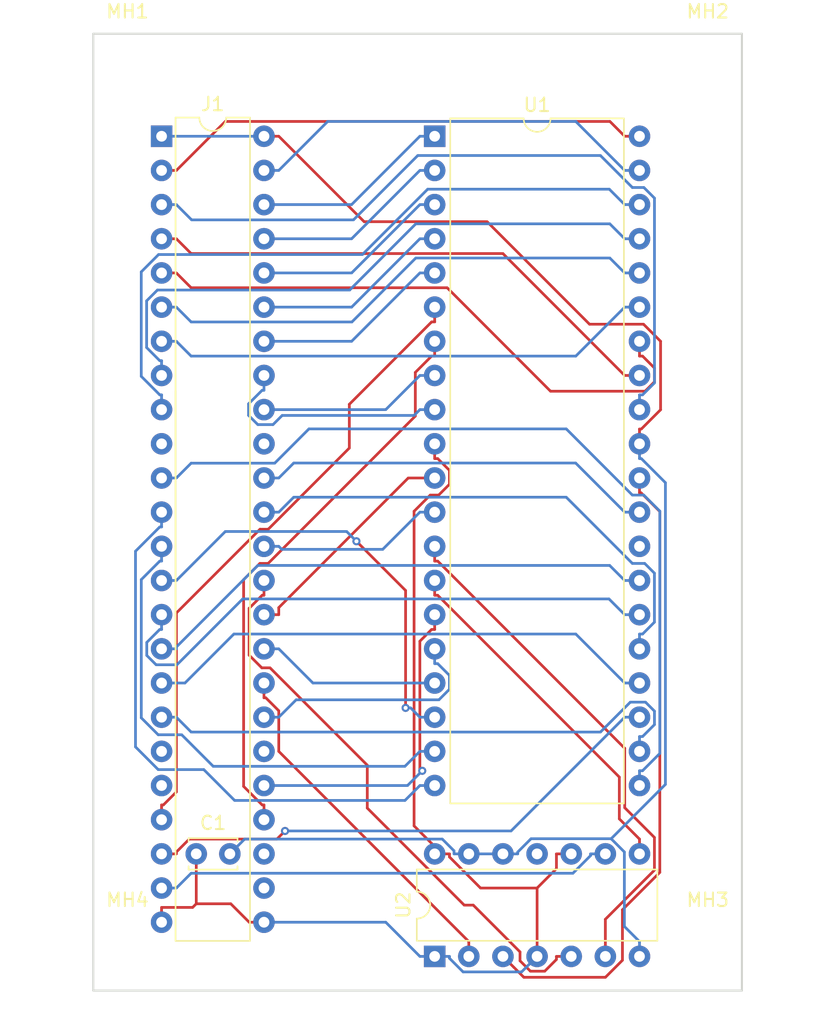
<source format=kicad_pcb>
(kicad_pcb (version 20211014) (generator pcbnew)
  (layers (0 "F.Cu" signal) (31 "B.Cu" signal) (34 "B.Paste" user) (35 "F.Paste" user) (36 "B.SilkS" user "B.Silkscreen") (37 "F.SilkS" user "F.Silkscreen") (38 "B.Mask" user) (39 "F.Mask" user) (44 "Edge.Cuts" user))
  (net 0 "")
  (net 1 "GND")
  (net 2 "VCC")
  (net 3 "/P53")
  (net 4 "Net-(J1-Pad30)")
  (net 5 "/P51")
  (net 6 "/P36")
  (net 7 "/P52")
  (net 8 "Net-(J1-Pad27)")
  (net 9 "/P37")
  (net 10 "/P47")
  (net 11 "/P55")
  (net 12 "/P54")
  (net 13 "/P46")
  (net 14 "Net-(J1-Pad26)")
  (net 15 "Net-(J1-Pad19)")
  (net 16 "/P35")
  (net 17 "/P20")
  (net 18 "/P34")
  (net 19 "/P21")
  (net 20 "/P33")
  (net 21 "/P22")
  (net 22 "/P32")
  (net 23 "/P23")
  (net 24 "/P31")
  (net 25 "/P24")
  (net 26 "/P30")
  (net 27 "/P25")
  (net 28 "Net-(J1-Pad10)")
  (net 29 "/P26")
  (net 30 "/P17")
  (net 31 "/P27")
  (net 32 "/P16")
  (net 33 "Net-(J1-Pad39)")
  (net 34 "/P15")
  (net 35 "/P40")
  (net 36 "/P14")
  (net 37 "/P13")
  (net 38 "/P42")
  (net 39 "/P12")
  (net 40 "/P43")
  (net 41 "/P11")
  (net 42 "/P44")
  (net 43 "/P10")
  (net 44 "Net-(U2-Pad11)")
  (net 45 "Net-(J1-Pad20)")
  (net 46 "/P41")
  (net 47 "/P45")
  (net 48 "Net-(U1-Pad14)")
  (net 49 "Net-(U1-Pad13)")
  (net 50 "Net-(U1-Pad30)")
  (net 51 "Net-(U1-Pad28)")
  (footprint "MountingHole:MountingHole_3.2mm_M3" (layer "F.Cu") (at 101 70)
    (fp_text reference "MH1" (at 0 -4.2) (layer "F.SilkS"))
    (fp_text value "MountingHole_3.2mm_M3")
    (pad "" np_thru_hole circle locked (at 0 0) (size 3.2 3.2) (drill 3.2) (layers *.Cu *.Mask))
  )
  (footprint "MountingHole:MountingHole_3.2mm_M3" (layer "F.Cu") (at 144.18 70)
    (fp_text reference "MH2" (at 0 -4.2) (layer "F.SilkS"))
    (fp_text value "MountingHole_3.2mm_M3")
    (pad "" np_thru_hole circle locked (at 0 0) (size 3.2 3.2) (drill 3.2) (layers *.Cu *.Mask))
  )
  (footprint "MountingHole:MountingHole_3.2mm_M3" (layer "F.Cu") (at 144.18 136.04)
    (fp_text reference "MH3" (at 0 -4.2) (layer "F.SilkS"))
    (fp_text value "MountingHole_3.2mm_M3")
    (pad "" np_thru_hole circle locked (at 0 0) (size 3.2 3.2) (drill 3.2) (layers *.Cu *.Mask))
  )
  (footprint "MountingHole:MountingHole_3.2mm_M3" (layer "F.Cu") (at 101 136.04)
    (fp_text reference "MH4" (at 0 -4.2) (layer "F.SilkS"))
    (fp_text value "MountingHole_3.2mm_M3")
    (pad "" np_thru_hole circle locked (at 0 0) (size 3.2 3.2) (drill 3.2) (layers *.Cu *.Mask))
  )
  (footprint "Capacitor_THT:C_Disc_D3.4mm_W2.1mm_P2.50mm" (layer "F.Cu") (at 106.12 128.42)
    (fp_text reference "C1" (at 1.25 -2.3) (layer "F.SilkS"))
    (fp_text value "0.1u")
    (fp_line (start -0.57 -1.17) (end 3.07 -1.17) (layer "F.SilkS") (width 0.12))
    (fp_line (start -0.57 1.17) (end 3.07 1.17) (layer "F.SilkS") (width 0.12))
    (fp_line (start 3.07 0.925) (end 3.07 1.17) (layer "F.SilkS") (width 0.12))
    (fp_line (start -0.57 -1.17) (end -0.57 -0.925) (layer "F.SilkS") (width 0.12))
    (fp_line (start -0.57 0.925) (end -0.57 1.17) (layer "F.SilkS") (width 0.12))
    (fp_line (start 3.07 -1.17) (end 3.07 -0.925) (layer "F.SilkS") (width 0.12))
    (pad "1" thru_hole circle locked (at 0 0) (size 1.6 1.6) (drill 0.8) (layers *.Cu *.Mask) (net 2 "VCC"))
    (pad "2" thru_hole circle locked (at 2.5 0) (size 1.6 1.6) (drill 0.8) (layers *.Cu *.Mask) (net 1 "GND"))
  )
  (footprint "0-LocalLibrary:DIP-48_W7.62mm" (layer "F.Cu") (at 103.54 75.08)
    (fp_text reference "J1" (at 3.81 -2.39) (layer "F.SilkS"))
    (fp_text value "BionicConnector")
    (fp_line (start 1.04 -1.39) (end 1.04 39.49) (layer "F.SilkS") (width 0.12))
    (fp_line (start 6.58 -1.39) (end 4.81 -1.39) (layer "F.SilkS") (width 0.12))
    (fp_line (start 6.58 59.81) (end 6.58 18.93) (layer "F.SilkS") (width 0.12))
    (fp_line (start 1.04 18.93) (end 1.04 59.81) (layer "F.SilkS") (width 0.12))
    (fp_line (start 6.58 39.49) (end 6.58 -1.39) (layer "F.SilkS") (width 0.12))
    (fp_line (start 1.04 59.81) (end 6.58 59.81) (layer "F.SilkS") (width 0.12))
    (fp_line (start 2.81 -1.39) (end 1.04 -1.39) (layer "F.SilkS") (width 0.12))
    (fp_arc (start 4.81 -1.39) (mid 3.81 -0.39) (end 2.81 -1.39) (layer "F.SilkS") (width 0.12))
    (pad "1" thru_hole rect locked (at 0 0) (size 1.6 1.6) (drill 0.8) (layers *.Cu *.Mask) (net 1 "GND"))
    (pad "2" thru_hole oval locked (at 0 2.54) (size 1.6 1.6) (drill 0.8) (layers *.Cu *.Mask) (net 43 "/P10"))
    (pad "3" thru_hole oval locked (at 0 5.08) (size 1.6 1.6) (drill 0.8) (layers *.Cu *.Mask) (net 41 "/P11"))
    (pad "4" thru_hole oval locked (at 0 7.62) (size 1.6 1.6) (drill 0.8) (layers *.Cu *.Mask) (net 39 "/P12"))
    (pad "5" thru_hole oval locked (at 0 10.16) (size 1.6 1.6) (drill 0.8) (layers *.Cu *.Mask) (net 37 "/P13"))
    (pad "6" thru_hole oval locked (at 0 12.7) (size 1.6 1.6) (drill 0.8) (layers *.Cu *.Mask) (net 36 "/P14"))
    (pad "7" thru_hole oval locked (at 0 15.24) (size 1.6 1.6) (drill 0.8) (layers *.Cu *.Mask) (net 34 "/P15"))
    (pad "8" thru_hole oval locked (at 0 17.78) (size 1.6 1.6) (drill 0.8) (layers *.Cu *.Mask) (net 32 "/P16"))
    (pad "9" thru_hole oval locked (at 0 20.32) (size 1.6 1.6) (drill 0.8) (layers *.Cu *.Mask) (net 30 "/P17"))
    (pad "10" thru_hole oval locked (at 0 22.86) (size 1.6 1.6) (drill 0.8) (layers *.Cu *.Mask) (net 28 "Net-(J1-Pad10)"))
    (pad "11" thru_hole oval locked (at 0 25.4) (size 1.6 1.6) (drill 0.8) (layers *.Cu *.Mask) (net 26 "/P30"))
    (pad "12" thru_hole oval locked (at 0 27.94) (size 1.6 1.6) (drill 0.8) (layers *.Cu *.Mask) (net 24 "/P31"))
    (pad "13" thru_hole oval locked (at 0 30.48) (size 1.6 1.6) (drill 0.8) (layers *.Cu *.Mask) (net 22 "/P32"))
    (pad "14" thru_hole oval locked (at 0 33.02) (size 1.6 1.6) (drill 0.8) (layers *.Cu *.Mask) (net 20 "/P33"))
    (pad "15" thru_hole oval locked (at 0 35.56) (size 1.6 1.6) (drill 0.8) (layers *.Cu *.Mask) (net 18 "/P34"))
    (pad "16" thru_hole oval locked (at 0 38.1) (size 1.6 1.6) (drill 0.8) (layers *.Cu *.Mask) (net 16 "/P35"))
    (pad "17" thru_hole oval locked (at 0 40.64) (size 1.6 1.6) (drill 0.8) (layers *.Cu *.Mask) (net 6 "/P36"))
    (pad "18" thru_hole oval locked (at 0 43.18) (size 1.6 1.6) (drill 0.8) (layers *.Cu *.Mask) (net 9 "/P37"))
    (pad "19" thru_hole oval locked (at 0 45.72) (size 1.6 1.6) (drill 0.8) (layers *.Cu *.Mask) (net 15 "Net-(J1-Pad19)"))
    (pad "20" thru_hole oval locked (at 0 48.26) (size 1.6 1.6) (drill 0.8) (layers *.Cu *.Mask) (net 45 "Net-(J1-Pad20)"))
    (pad "21" thru_hole oval locked (at 0 50.8) (size 1.6 1.6) (drill 0.8) (layers *.Cu *.Mask) (net 5 "/P51"))
    (pad "22" thru_hole oval locked (at 0 53.34) (size 1.6 1.6) (drill 0.8) (layers *.Cu *.Mask) (net 7 "/P52"))
    (pad "23" thru_hole oval locked (at 0 55.88) (size 1.6 1.6) (drill 0.8) (layers *.Cu *.Mask) (net 3 "/P53"))
    (pad "24" thru_hole oval locked (at 0 58.42) (size 1.6 1.6) (drill 0.8) (layers *.Cu *.Mask) (net 2 "VCC"))
    (pad "25" thru_hole oval locked (at 7.62 58.42) (size 1.6 1.6) (drill 0.8) (layers *.Cu *.Mask) (net 2 "VCC"))
    (pad "26" thru_hole oval locked (at 7.62 55.88) (size 1.6 1.6) (drill 0.8) (layers *.Cu *.Mask) (net 14 "Net-(J1-Pad26)"))
    (pad "27" thru_hole oval locked (at 7.62 53.34) (size 1.6 1.6) (drill 0.8) (layers *.Cu *.Mask) (net 8 "Net-(J1-Pad27)"))
    (pad "28" thru_hole oval locked (at 7.62 50.8) (size 1.6 1.6) (drill 0.8) (layers *.Cu *.Mask) (net 11 "/P55"))
    (pad "29" thru_hole oval locked (at 7.62 48.26) (size 1.6 1.6) (drill 0.8) (layers *.Cu *.Mask) (net 12 "/P54"))
    (pad "30" thru_hole oval locked (at 7.62 45.72) (size 1.6 1.6) (drill 0.8) (layers *.Cu *.Mask) (net 4 "Net-(J1-Pad30)"))
    (pad "31" thru_hole oval locked (at 7.62 43.18) (size 1.6 1.6) (drill 0.8) (layers *.Cu *.Mask) (net 10 "/P47"))
    (pad "32" thru_hole oval locked (at 7.62 40.64) (size 1.6 1.6) (drill 0.8) (layers *.Cu *.Mask) (net 13 "/P46"))
    (pad "33" thru_hole oval locked (at 7.62 38.1) (size 1.6 1.6) (drill 0.8) (layers *.Cu *.Mask) (net 47 "/P45"))
    (pad "34" thru_hole oval locked (at 7.62 35.56) (size 1.6 1.6) (drill 0.8) (layers *.Cu *.Mask) (net 42 "/P44"))
    (pad "35" thru_hole oval locked (at 7.62 33.02) (size 1.6 1.6) (drill 0.8) (layers *.Cu *.Mask) (net 40 "/P43"))
    (pad "36" thru_hole oval locked (at 7.62 30.48) (size 1.6 1.6) (drill 0.8) (layers *.Cu *.Mask) (net 38 "/P42"))
    (pad "37" thru_hole oval locked (at 7.62 27.94) (size 1.6 1.6) (drill 0.8) (layers *.Cu *.Mask) (net 46 "/P41"))
    (pad "38" thru_hole oval locked (at 7.62 25.4) (size 1.6 1.6) (drill 0.8) (layers *.Cu *.Mask) (net 35 "/P40"))
    (pad "39" thru_hole oval locked (at 7.62 22.86) (size 1.6 1.6) (drill 0.8) (layers *.Cu *.Mask) (net 33 "Net-(J1-Pad39)"))
    (pad "40" thru_hole oval locked (at 7.62 20.32) (size 1.6 1.6) (drill 0.8) (layers *.Cu *.Mask) (net 31 "/P27"))
    (pad "41" thru_hole oval locked (at 7.62 17.78) (size 1.6 1.6) (drill 0.8) (layers *.Cu *.Mask) (net 29 "/P26"))
    (pad "42" thru_hole oval locked (at 7.62 15.24) (size 1.6 1.6) (drill 0.8) (layers *.Cu *.Mask) (net 27 "/P25"))
    (pad "43" thru_hole oval locked (at 7.62 12.7) (size 1.6 1.6) (drill 0.8) (layers *.Cu *.Mask) (net 25 "/P24"))
    (pad "44" thru_hole oval locked (at 7.62 10.16) (size 1.6 1.6) (drill 0.8) (layers *.Cu *.Mask) (net 23 "/P23"))
    (pad "45" thru_hole oval locked (at 7.62 7.62) (size 1.6 1.6) (drill 0.8) (layers *.Cu *.Mask) (net 21 "/P22"))
    (pad "46" thru_hole oval locked (at 7.62 5.08) (size 1.6 1.6) (drill 0.8) (layers *.Cu *.Mask) (net 19 "/P21"))
    (pad "47" thru_hole oval locked (at 7.62 2.54) (size 1.6 1.6) (drill 0.8) (layers *.Cu *.Mask) (net 17 "/P20"))
    (pad "48" thru_hole oval locked (at 7.62 0) (size 1.6 1.6) (drill 0.8) (layers *.Cu *.Mask) (net 1 "GND"))
  )
  (footprint "Package_DIP:DIP-14_W7.62mm" (layer "F.Cu") (at 123.86 136.04 90)
    (fp_text reference "U2" (at 3.81 -2.33 90) (layer "F.SilkS"))
    (fp_text value "74HCT126")
    (fp_line (start 6.46 -1.33) (end 4.81 -1.33) (layer "F.SilkS") (width 0.12))
    (fp_line (start 6.46 16.57) (end 6.46 -1.33) (layer "F.SilkS") (width 0.12))
    (fp_line (start 1.16 16.57) (end 6.46 16.57) (layer "F.SilkS") (width 0.12))
    (fp_line (start 1.16 -1.33) (end 1.16 16.57) (layer "F.SilkS") (width 0.12))
    (fp_line (start 2.81 -1.33) (end 1.16 -1.33) (layer "F.SilkS") (width 0.12))
    (fp_arc (start 4.81 -1.33) (mid 3.81 -0.33) (end 2.81 -1.33) (layer "F.SilkS") (width 0.12))
    (pad "1" thru_hole rect locked (at 0 0 90) (size 1.6 1.6) (drill 0.8) (layers *.Cu *.Mask) (net 2 "VCC"))
    (pad "2" thru_hole oval locked (at 0 2.54 90) (size 1.6 1.6) (drill 0.8) (layers *.Cu *.Mask) (net 13 "/P46"))
    (pad "3" thru_hole oval locked (at 0 5.08 90) (size 1.6 1.6) (drill 0.8) (layers *.Cu *.Mask) (net 50 "Net-(U1-Pad30)"))
    (pad "4" thru_hole oval locked (at 0 7.62 90) (size 1.6 1.6) (drill 0.8) (layers *.Cu *.Mask) (net 2 "VCC"))
    (pad "5" thru_hole oval locked (at 0 10.16 90) (size 1.6 1.6) (drill 0.8) (layers *.Cu *.Mask) (net 40 "/P43"))
    (pad "6" thru_hole oval locked (at 0 12.7 90) (size 1.6 1.6) (drill 0.8) (layers *.Cu *.Mask) (net 49 "Net-(U1-Pad13)"))
    (pad "7" thru_hole oval locked (at 0 15.24 90) (size 1.6 1.6) (drill 0.8) (layers *.Cu *.Mask) (net 1 "GND"))
    (pad "8" thru_hole oval locked (at 7.62 15.24 90) (size 1.6 1.6) (drill 0.8) (layers *.Cu *.Mask) (net 48 "Net-(U1-Pad14)"))
    (pad "9" thru_hole oval locked (at 7.62 12.7 90) (size 1.6 1.6) (drill 0.8) (layers *.Cu *.Mask) (net 3 "/P53"))
    (pad "10" thru_hole oval locked (at 7.62 10.16 90) (size 1.6 1.6) (drill 0.8) (layers *.Cu *.Mask) (net 2 "VCC"))
    (pad "11" thru_hole oval locked (at 7.62 7.62 90) (size 1.6 1.6) (drill 0.8) (layers *.Cu *.Mask) (net 44 "Net-(U2-Pad11)"))
    (pad "12" thru_hole oval locked (at 7.62 5.08 90) (size 1.6 1.6) (drill 0.8) (layers *.Cu *.Mask) (net 1 "GND"))
    (pad "13" thru_hole oval locked (at 7.62 2.54 90) (size 1.6 1.6) (drill 0.8) (layers *.Cu *.Mask) (net 1 "GND"))
    (pad "14" thru_hole oval locked (at 7.62 0 90) (size 1.6 1.6) (drill 0.8) (layers *.Cu *.Mask) (net 2 "VCC"))
  )
  (footprint "Package_DIP:DIP-40_W15.24mm" (layer "F.Cu") (at 123.86 75.08)
    (fp_text reference "U1" (at 7.62 -2.33) (layer "F.SilkS"))
    (fp_text value "Z8002")
    (fp_line (start 1.16 -1.33) (end 1.16 49.59) (layer "F.SilkS") (width 0.12))
    (fp_line (start 14.08 49.59) (end 14.08 -1.33) (layer "F.SilkS") (width 0.12))
    (fp_line (start 1.16 49.59) (end 14.08 49.59) (layer "F.SilkS") (width 0.12))
    (fp_line (start 14.08 -1.33) (end 8.62 -1.33) (layer "F.SilkS") (width 0.12))
    (fp_line (start 6.62 -1.33) (end 1.16 -1.33) (layer "F.SilkS") (width 0.12))
    (fp_arc (start 8.62 -1.33) (mid 7.62 -0.33) (end 6.62 -1.33) (layer "F.SilkS") (width 0.12))
    (pad "1" thru_hole rect locked (at 0 0) (size 1.6 1.6) (drill 0.8) (layers *.Cu *.Mask) (net 19 "/P21"))
    (pad "2" thru_hole oval locked (at 0 2.54) (size 1.6 1.6) (drill 0.8) (layers *.Cu *.Mask) (net 21 "/P22"))
    (pad "3" thru_hole oval locked (at 0 5.08) (size 1.6 1.6) (drill 0.8) (layers *.Cu *.Mask) (net 23 "/P23"))
    (pad "4" thru_hole oval locked (at 0 7.62) (size 1.6 1.6) (drill 0.8) (layers *.Cu *.Mask) (net 25 "/P24"))
    (pad "5" thru_hole oval locked (at 0 10.16) (size 1.6 1.6) (drill 0.8) (layers *.Cu *.Mask) (net 27 "/P25"))
    (pad "6" thru_hole oval locked (at 0 12.7) (size 1.6 1.6) (drill 0.8) (layers *.Cu *.Mask) (net 5 "/P51"))
    (pad "7" thru_hole oval locked (at 0 15.24) (size 1.6 1.6) (drill 0.8) (layers *.Cu *.Mask) (net 11 "/P55"))
    (pad "8" thru_hole oval locked (at 0 17.78) (size 1.6 1.6) (drill 0.8) (layers *.Cu *.Mask) (net 31 "/P27"))
    (pad "9" thru_hole oval locked (at 0 20.32) (size 1.6 1.6) (drill 0.8) (layers *.Cu *.Mask) (net 29 "/P26"))
    (pad "10" thru_hole oval locked (at 0 22.86) (size 1.6 1.6) (drill 0.8) (layers *.Cu *.Mask) (net 2 "VCC"))
    (pad "11" thru_hole oval locked (at 0 25.4) (size 1.6 1.6) (drill 0.8) (layers *.Cu *.Mask) (net 42 "/P44"))
    (pad "12" thru_hole oval locked (at 0 27.94) (size 1.6 1.6) (drill 0.8) (layers *.Cu *.Mask) (net 38 "/P42"))
    (pad "13" thru_hole oval locked (at 0 30.48) (size 1.6 1.6) (drill 0.8) (layers *.Cu *.Mask) (net 49 "Net-(U1-Pad13)"))
    (pad "14" thru_hole oval locked (at 0 33.02) (size 1.6 1.6) (drill 0.8) (layers *.Cu *.Mask) (net 48 "Net-(U1-Pad14)"))
    (pad "15" thru_hole oval locked (at 0 35.56) (size 1.6 1.6) (drill 0.8) (layers *.Cu *.Mask) (net 12 "/P54"))
    (pad "16" thru_hole oval locked (at 0 38.1) (size 1.6 1.6) (drill 0.8) (layers *.Cu *.Mask) (net 10 "/P47"))
    (pad "17" thru_hole oval locked (at 0 40.64) (size 1.6 1.6) (drill 0.8) (layers *.Cu *.Mask) (net 47 "/P45"))
    (pad "18" thru_hole oval locked (at 0 43.18) (size 1.6 1.6) (drill 0.8) (layers *.Cu *.Mask) (net 20 "/P33"))
    (pad "19" thru_hole oval locked (at 0 45.72) (size 1.6 1.6) (drill 0.8) (layers *.Cu *.Mask) (net 22 "/P32"))
    (pad "20" thru_hole oval locked (at 0 48.26) (size 1.6 1.6) (drill 0.8) (layers *.Cu *.Mask) (net 24 "/P31"))
    (pad "21" thru_hole oval locked (at 15.24 48.26) (size 1.6 1.6) (drill 0.8) (layers *.Cu *.Mask) (net 26 "/P30"))
    (pad "22" thru_hole oval locked (at 15.24 45.72) (size 1.6 1.6) (drill 0.8) (layers *.Cu *.Mask) (net 9 "/P37"))
    (pad "23" thru_hole oval locked (at 15.24 43.18) (size 1.6 1.6) (drill 0.8) (layers *.Cu *.Mask) (net 7 "/P52"))
    (pad "24" thru_hole oval locked (at 15.24 40.64) (size 1.6 1.6) (drill 0.8) (layers *.Cu *.Mask) (net 6 "/P36"))
    (pad "25" thru_hole oval locked (at 15.24 38.1) (size 1.6 1.6) (drill 0.8) (layers *.Cu *.Mask) (net 46 "/P41"))
    (pad "26" thru_hole oval locked (at 15.24 35.56) (size 1.6 1.6) (drill 0.8) (layers *.Cu *.Mask) (net 18 "/P34"))
    (pad "27" thru_hole oval locked (at 15.24 33.02) (size 1.6 1.6) (drill 0.8) (layers *.Cu *.Mask) (net 16 "/P35"))
    (pad "28" thru_hole oval locked (at 15.24 30.48) (size 1.6 1.6) (drill 0.8) (layers *.Cu *.Mask) (net 51 "Net-(U1-Pad28)"))
    (pad "29" thru_hole oval locked (at 15.24 27.94) (size 1.6 1.6) (drill 0.8) (layers *.Cu *.Mask) (net 35 "/P40"))
    (pad "30" thru_hole oval locked (at 15.24 25.4) (size 1.6 1.6) (drill 0.8) (layers *.Cu *.Mask) (net 50 "Net-(U1-Pad30)"))
    (pad "31" thru_hole oval locked (at 15.24 22.86) (size 1.6 1.6) (drill 0.8) (layers *.Cu *.Mask) (net 1 "GND"))
    (pad "32" thru_hole oval locked (at 15.24 20.32) (size 1.6 1.6) (drill 0.8) (layers *.Cu *.Mask) (net 41 "/P11"))
    (pad "33" thru_hole oval locked (at 15.24 17.78) (size 1.6 1.6) (drill 0.8) (layers *.Cu *.Mask) (net 39 "/P12"))
    (pad "34" thru_hole oval locked (at 15.24 15.24) (size 1.6 1.6) (drill 0.8) (layers *.Cu *.Mask) (net 37 "/P13"))
    (pad "35" thru_hole oval locked (at 15.24 12.7) (size 1.6 1.6) (drill 0.8) (layers *.Cu *.Mask) (net 34 "/P15"))
    (pad "36" thru_hole oval locked (at 15.24 10.16) (size 1.6 1.6) (drill 0.8) (layers *.Cu *.Mask) (net 36 "/P14"))
    (pad "37" thru_hole oval locked (at 15.24 7.62) (size 1.6 1.6) (drill 0.8) (layers *.Cu *.Mask) (net 32 "/P16"))
    (pad "38" thru_hole oval locked (at 15.24 5.08) (size 1.6 1.6) (drill 0.8) (layers *.Cu *.Mask) (net 30 "/P17"))
    (pad "39" thru_hole oval locked (at 15.24 2.54) (size 1.6 1.6) (drill 0.8) (layers *.Cu *.Mask) (net 17 "/P20"))
    (pad "40" thru_hole oval locked (at 15.24 0) (size 1.6 1.6) (drill 0.8) (layers *.Cu *.Mask) (net 43 "/P10"))
  )
  (gr_line (start 98.46 138.58) (end 98.46 67.46) (layer "Edge.Cuts") (width 0.15))
  (gr_line (start 146.72 138.58) (end 98.46 138.58) (layer "Edge.Cuts") (width 0.15))
  (gr_line (start 98.46 67.46) (end 146.72 67.46) (layer "Edge.Cuts") (width 0.15))
  (gr_line (start 146.72 67.46) (end 146.72 138.58) (layer "Edge.Cuts") (width 0.15))
  (segment (start 111.16 75.08) (end 112.2603 75.08) (width 0.2) (layer "F.Cu") (net 1))
  (segment (start 140.6689 95.4083) (end 140.6689 90.3187) (width 0.2) (layer "F.Cu") (net 1))
  (segment (start 139.1 97.94) (end 139.1 96.8397) (width 0.2) (layer "F.Cu") (net 1))
  (segment (start 140.6689 90.3187) (end 139.4002 89.05) (width 0.2) (layer "F.Cu") (net 1))
  (segment (start 135.3813 89.05) (end 127.7613 81.43) (width 0.2) (layer "F.Cu") (net 1))
  (segment (start 118.6103 81.43) (end 112.2603 75.08) (width 0.2) (layer "F.Cu") (net 1))
  (segment (start 139.4002 89.05) (end 135.3813 89.05) (width 0.2) (layer "F.Cu") (net 1))
  (segment (start 139.2375 96.8397) (end 140.6689 95.4083) (width 0.2) (layer "F.Cu") (net 1))
  (segment (start 139.1 96.8397) (end 139.2375 96.8397) (width 0.2) (layer "F.Cu") (net 1))
  (segment (start 127.7613 81.43) (end 118.6103 81.43) (width 0.2) (layer "F.Cu") (net 1))
  (segment (start 130.0403 128.42) (end 130.0403 128.2825) (width 0.2) (layer "B.Cu") (net 1))
  (segment (start 139.2375 99.0403) (end 141.0289 100.8317) (width 0.2) (layer "B.Cu") (net 1))
  (segment (start 108.62 128.42) (end 109.7203 127.3197) (width 0.2) (layer "B.Cu") (net 1))
  (segment (start 130.0403 128.2825) (end 131.0286 127.2942) (width 0.2) (layer "B.Cu") (net 1))
  (segment (start 109.7203 127.3197) (end 124.4274 127.3197) (width 0.2) (layer "B.Cu") (net 1))
  (segment (start 103.54 75.08) (end 111.16 75.08) (width 0.2) (layer "B.Cu") (net 1))
  (segment (start 128.94 128.42) (end 130.0403 128.42) (width 0.2) (layer "B.Cu") (net 1))
  (segment (start 137.9742 133.8139) (end 139.1 134.9397) (width 0.2) (layer "B.Cu") (net 1))
  (segment (start 124.4274 127.3197) (end 125.2997 128.192) (width 0.2) (layer "B.Cu") (net 1))
  (segment (start 131.0286 127.2942) (end 136.9904 127.2942) (width 0.2) (layer "B.Cu") (net 1))
  (segment (start 139.1 97.94) (end 139.1 99.0403) (width 0.2) (layer "B.Cu") (net 1))
  (segment (start 125.2997 128.192) (end 125.2997 128.42) (width 0.2) (layer "B.Cu") (net 1))
  (segment (start 136.9904 127.2942) (end 137.9742 128.278) (width 0.2) (layer "B.Cu") (net 1))
  (segment (start 126.4 128.42) (end 128.94 128.42) (width 0.2) (layer "B.Cu") (net 1))
  (segment (start 141.0289 100.8317) (end 141.0289 123.2557) (width 0.2) (layer "B.Cu") (net 1))
  (segment (start 137.9742 128.278) (end 137.9742 133.8139) (width 0.2) (layer "B.Cu") (net 1))
  (segment (start 126.4 128.42) (end 125.2997 128.42) (width 0.2) (layer "B.Cu") (net 1))
  (segment (start 139.1 99.0403) (end 139.2375 99.0403) (width 0.2) (layer "B.Cu") (net 1))
  (segment (start 141.0289 123.2557) (end 136.9904 127.2942) (width 0.2) (layer "B.Cu") (net 1))
  (segment (start 139.1 136.04) (end 139.1 134.9397) (width 0.2) (layer "B.Cu") (net 1))
  (segment (start 131.48 130.96) (end 127.2723 130.96) (width 0.2) (layer "F.Cu") (net 2))
  (segment (start 131.48 136.04) (end 131.48 134.9397) (width 0.2) (layer "F.Cu") (net 2))
  (segment (start 124.9603 128.648) (end 124.9603 128.42) (width 0.2) (layer "F.Cu") (net 2))
  (segment (start 106.12 132.1299) (end 108.6896 132.1299) (width 0.2) (layer "F.Cu") (net 2))
  (segment (start 124.4102 128.42) (end 124.9603 128.42) (width 0.2) (layer "F.Cu") (net 2))
  (segment (start 123.86 97.94) (end 123.86 99.0403) (width 0.2) (layer "F.Cu") (net 2))
  (segment (start 108.6896 132.1299) (end 110.0597 133.5) (width 0.2) (layer "F.Cu") (net 2))
  (segment (start 111.16 133.5) (end 110.0597 133.5) (width 0.2) (layer "F.Cu") (net 2))
  (segment (start 105.8502 132.3997) (end 106.12 132.1299) (width 0.2) (layer "F.Cu") (net 2))
  (segment (start 103.54 132.3997) (end 105.8502 132.3997) (width 0.2) (layer "F.Cu") (net 2))
  (segment (start 134.02 128.42) (end 132.9197 128.42) (width 0.2) (layer "F.Cu") (net 2))
  (segment (start 131.48 134.9397) (end 131.48 130.96) (width 0.2) (layer "F.Cu") (net 2))
  (segment (start 122.3274 102.9551) (end 123.5325 101.75) (width 0.2) (layer "F.Cu") (net 2))
  (segment (start 124.9604 99.9127) (end 124.088 99.0403) (width 0.2) (layer "F.Cu") (net 2))
  (segment (start 127.2723 130.96) (end 124.9603 128.648) (width 0.2) (layer "F.Cu") (net 2))
  (segment (start 106.12 128.42) (end 106.12 132.1299) (width 0.2) (layer "F.Cu") (net 2))
  (segment (start 122.3274 126.3372) (end 122.3274 102.9551) (width 0.2) (layer "F.Cu") (net 2))
  (segment (start 123.5325 101.75) (end 124.1572 101.75) (width 0.2) (layer "F.Cu") (net 2))
  (segment (start 132.9197 129.5203) (end 131.48 130.96) (width 0.2) (layer "F.Cu") (net 2))
  (segment (start 103.54 133.5) (end 103.54 132.3997) (width 0.2) (layer "F.Cu") (net 2))
  (segment (start 123.86 128.42) (end 124.4102 128.42) (width 0.2) (layer "F.Cu") (net 2))
  (segment (start 124.9604 100.9468) (end 124.9604 99.9127) (width 0.2) (layer "F.Cu") (net 2))
  (segment (start 124.4102 128.42) (end 122.3274 126.3372) (width 0.2) (layer "F.Cu") (net 2))
  (segment (start 124.1572 101.75) (end 124.9604 100.9468) (width 0.2) (layer "F.Cu") (net 2))
  (segment (start 124.088 99.0403) (end 123.86 99.0403) (width 0.2) (layer "F.Cu") (net 2))
  (segment (start 132.9197 128.42) (end 132.9197 129.5203) (width 0.2) (layer "F.Cu") (net 2))
  (segment (start 124.9603 136.04) (end 124.9603 136.1775) (width 0.2) (layer "B.Cu") (net 2))
  (segment (start 125.9757 137.1929) (end 130.3271 137.1929) (width 0.2) (layer "B.Cu") (net 2))
  (segment (start 111.16 133.5) (end 120.2197 133.5) (width 0.2) (layer "B.Cu") (net 2))
  (segment (start 120.2197 133.5) (end 122.7597 136.04) (width 0.2) (layer "B.Cu") (net 2))
  (segment (start 124.9603 136.1775) (end 125.9757 137.1929) (width 0.2) (layer "B.Cu") (net 2))
  (segment (start 123.86 136.04) (end 124.9603 136.04) (width 0.2) (layer "B.Cu") (net 2))
  (segment (start 130.3271 137.1929) (end 131.48 136.04) (width 0.2) (layer "B.Cu") (net 2))
  (segment (start 123.86 136.04) (end 122.7597 136.04) (width 0.2) (layer "B.Cu") (net 2))
  (segment (start 135.4597 128.5477) (end 135.4597 128.42) (width 0.2) (layer "B.Cu") (net 3))
  (segment (start 104.6403 130.96) (end 105.7406 129.8597) (width 0.2) (layer "B.Cu") (net 3))
  (segment (start 103.54 130.96) (end 104.6403 130.96) (width 0.2) (layer "B.Cu") (net 3))
  (segment (start 134.1477 129.8597) (end 135.4597 128.5477) (width 0.2) (layer "B.Cu") (net 3))
  (segment (start 136.56 128.42) (end 135.4597 128.42) (width 0.2) (layer "B.Cu") (net 3))
  (segment (start 105.7406 129.8597) (end 134.1477 129.8597) (width 0.2) (layer "B.Cu") (net 3))
  (segment (start 103.54 125.88) (end 103.54 124.7797) (width 0.2) (layer "F.Cu") (net 5))
  (segment (start 123.632 88.8803) (end 123.86 88.8803) (width 0.2) (layer "F.Cu") (net 5))
  (segment (start 110.8647 104.29) (end 111.4753 104.29) (width 0.2) (layer "F.Cu") (net 5))
  (segment (start 123.86 87.78) (end 123.86 88.8803) (width 0.2) (layer "F.Cu") (net 5))
  (segment (start 117.51 98.2553) (end 117.51 95.0023) (width 0.2) (layer "F.Cu") (net 5))
  (segment (start 104.6403 123.8171) (end 104.6403 110.5144) (width 0.2) (layer "F.Cu") (net 5))
  (segment (start 117.51 95.0023) (end 123.632 88.8803) (width 0.2) (layer "F.Cu") (net 5))
  (segment (start 104.6403 110.5144) (end 110.8647 104.29) (width 0.2) (layer "F.Cu") (net 5))
  (segment (start 103.54 124.7797) (end 103.6777 124.7797) (width 0.2) (layer "F.Cu") (net 5))
  (segment (start 111.4753 104.29) (end 117.51 98.2553) (width 0.2) (layer "F.Cu") (net 5))
  (segment (start 103.6777 124.7797) (end 104.6403 123.8171) (width 0.2) (layer "F.Cu") (net 5))
  (segment (start 103.54 115.72) (end 105.2778 115.72) (width 0.2) (layer "B.Cu") (net 6))
  (segment (start 134.3588 112.0791) (end 137.9997 115.72) (width 0.2) (layer "B.Cu") (net 6))
  (segment (start 105.2778 115.72) (end 108.9187 112.0791) (width 0.2) (layer "B.Cu") (net 6))
  (segment (start 139.1 115.72) (end 137.9997 115.72) (width 0.2) (layer "B.Cu") (net 6))
  (segment (start 108.9187 112.0791) (end 134.3588 112.0791) (width 0.2) (layer "B.Cu") (net 6))
  (segment (start 103.54 128.42) (end 104.6403 128.42) (width 0.2) (layer "F.Cu") (net 7))
  (segment (start 104.6403 128.42) (end 104.6403 128.2823) (width 0.2) (layer "F.Cu") (net 7))
  (segment (start 112.1224 127.3197) (end 112.726 126.7161) (width 0.2) (layer "F.Cu") (net 7))
  (segment (start 104.6403 128.2823) (end 105.6029 127.3197) (width 0.2) (layer "F.Cu") (net 7))
  (segment (start 105.6029 127.3197) (end 112.1224 127.3197) (width 0.2) (layer "F.Cu") (net 7))
  (via (at 112.726 126.7161) (size 0.6) (drill 0.3) (layers "F.Cu" "B.Cu") (net 7))
  (segment (start 137.9997 118.26) (end 129.5436 126.7161) (width 0.2) (layer "B.Cu") (net 7))
  (segment (start 139.1 118.26) (end 137.9997 118.26) (width 0.2) (layer "B.Cu") (net 7))
  (segment (start 129.5436 126.7161) (end 112.726 126.7161) (width 0.2) (layer "B.Cu") (net 7))
  (segment (start 136.1938 119.366) (end 138.4188 117.141) (width 0.2) (layer "B.Cu") (net 9))
  (segment (start 138.4188 117.141) (end 139.5458 117.141) (width 0.2) (layer "B.Cu") (net 9))
  (segment (start 140.2134 118.8143) (end 139.328 119.6997) (width 0.2) (layer "B.Cu") (net 9))
  (segment (start 104.6403 118.26) (end 105.7463 119.366) (width 0.2) (layer "B.Cu") (net 9))
  (segment (start 140.2134 117.8086) (end 140.2134 118.8143) (width 0.2) (layer "B.Cu") (net 9))
  (segment (start 103.54 118.26) (end 104.6403 118.26) (width 0.2) (layer "B.Cu") (net 9))
  (segment (start 139.328 119.6997) (end 139.1 119.6997) (width 0.2) (layer "B.Cu") (net 9))
  (segment (start 139.5458 117.141) (end 140.2134 117.8086) (width 0.2) (layer "B.Cu") (net 9))
  (segment (start 105.7463 119.366) (end 136.1938 119.366) (width 0.2) (layer "B.Cu") (net 9))
  (segment (start 139.1 120.8) (end 139.1 119.6997) (width 0.2) (layer "B.Cu") (net 9))
  (segment (start 124.9607 115.153) (end 124.9607 116.183) (width 0.2) (layer "B.Cu") (net 10))
  (segment (start 111.16 118.26) (end 112.2603 118.26) (width 0.2) (layer "B.Cu") (net 10))
  (segment (start 113.5517 116.9686) (end 112.2603 118.26) (width 0.2) (layer "B.Cu") (net 10))
  (segment (start 123.86 114.2803) (end 124.088 114.2803) (width 0.2) (layer "B.Cu") (net 10))
  (segment (start 124.088 114.2803) (end 124.9607 115.153) (width 0.2) (layer "B.Cu") (net 10))
  (segment (start 123.86 113.18) (end 123.86 114.2803) (width 0.2) (layer "B.Cu") (net 10))
  (segment (start 124.1751 116.9686) (end 113.5517 116.9686) (width 0.2) (layer "B.Cu") (net 10))
  (segment (start 124.9607 116.183) (end 124.1751 116.9686) (width 0.2) (layer "B.Cu") (net 10))
  (segment (start 109.6444 108.0395) (end 110.8539 106.83) (width 0.2) (layer "F.Cu") (net 11))
  (segment (start 109.6444 123.4016) (end 109.6444 108.0395) (width 0.2) (layer "F.Cu") (net 11))
  (segment (start 111.16 124.7797) (end 111.0225 124.7797) (width 0.2) (layer "F.Cu") (net 11))
  (segment (start 123.86 90.32) (end 123.86 91.4203) (width 0.2) (layer "F.Cu") (net 11))
  (segment (start 111.4692 106.83) (end 122.4204 95.8788) (width 0.2) (layer "F.Cu") (net 11))
  (segment (start 111.16 125.88) (end 111.16 124.7797) (width 0.2) (layer "F.Cu") (net 11))
  (segment (start 122.4204 92.6319) (end 123.632 91.4203) (width 0.2) (layer "F.Cu") (net 11))
  (segment (start 122.4204 95.8788) (end 122.4204 92.6319) (width 0.2) (layer "F.Cu") (net 11))
  (segment (start 110.8539 106.83) (end 111.4692 106.83) (width 0.2) (layer "F.Cu") (net 11))
  (segment (start 123.632 91.4203) (end 123.86 91.4203) (width 0.2) (layer "F.Cu") (net 11))
  (segment (start 111.0225 124.7797) (end 109.6444 123.4016) (width 0.2) (layer "F.Cu") (net 11))
  (segment (start 123.86 110.64) (end 123.86 111.7403) (width 0.2) (layer "F.Cu") (net 12))
  (segment (start 122.7582 112.6141) (end 123.632 111.7403) (width 0.2) (layer "F.Cu") (net 12))
  (segment (start 122.9346 122.2457) (end 122.7582 122.0693) (width 0.2) (layer "F.Cu") (net 12))
  (segment (start 123.632 111.7403) (end 123.86 111.7403) (width 0.2) (layer "F.Cu") (net 12))
  (segment (start 122.7582 122.0693) (end 122.7582 112.6141) (width 0.2) (layer "F.Cu") (net 12))
  (via (at 122.9346 122.2457) (size 0.6) (drill 0.3) (layers "F.Cu" "B.Cu") (net 12))
  (segment (start 111.16 123.34) (end 121.8403 123.34) (width 0.2) (layer "B.Cu") (net 12))
  (segment (start 121.8403 123.34) (end 122.9346 122.2457) (width 0.2) (layer "B.Cu") (net 12))
  (segment (start 112.2603 120.8) (end 126.4 134.9397) (width 0.2) (layer "F.Cu") (net 13))
  (segment (start 126.4 136.04) (end 126.4 134.9397) (width 0.2) (layer "F.Cu") (net 13))
  (segment (start 112.2603 117.7829) (end 112.2603 120.8) (width 0.2) (layer "F.Cu") (net 13))
  (segment (start 111.16 115.72) (end 111.16 116.8203) (width 0.2) (layer "F.Cu") (net 13))
  (segment (start 111.16 116.8203) (end 111.2977 116.8203) (width 0.2) (layer "F.Cu") (net 13))
  (segment (start 111.2977 116.8203) (end 112.2603 117.7829) (width 0.2) (layer "F.Cu") (net 13))
  (segment (start 104.6403 113.0425) (end 110.7027 106.9801) (width 0.2) (layer "B.Cu") (net 16))
  (segment (start 110.7027 106.9801) (end 136.8798 106.9801) (width 0.2) (layer "B.Cu") (net 16))
  (segment (start 139.1 108.1) (end 137.9997 108.1) (width 0.2) (layer "B.Cu") (net 16))
  (segment (start 103.54 113.18) (end 104.6403 113.18) (width 0.2) (layer "B.Cu") (net 16))
  (segment (start 104.6403 113.18) (end 104.6403 113.0425) (width 0.2) (layer "B.Cu") (net 16))
  (segment (start 136.8798 106.9801) (end 137.9997 108.1) (width 0.2) (layer "B.Cu") (net 16))
  (segment (start 112.2603 77.62) (end 115.9007 73.9796) (width 0.2) (layer "B.Cu") (net 17))
  (segment (start 111.16 77.62) (end 112.2603 77.62) (width 0.2) (layer "B.Cu") (net 17))
  (segment (start 115.9007 73.9796) (end 134.3593 73.9796) (width 0.2) (layer "B.Cu") (net 17))
  (segment (start 139.1 77.62) (end 137.9997 77.62) (width 0.2) (layer "B.Cu") (net 17))
  (segment (start 134.3593 73.9796) (end 137.9997 77.62) (width 0.2) (layer "B.Cu") (net 17))
  (segment (start 103.4025 111.7403) (end 102.4382 112.7046) (width 0.2) (layer "B.Cu") (net 18))
  (segment (start 139.1 110.64) (end 137.9997 110.64) (width 0.2) (layer "B.Cu") (net 18))
  (segment (start 102.4382 113.6677) (end 103.1341 114.3636) (width 0.2) (layer "B.Cu") (net 18))
  (segment (start 136.83 109.4703) (end 137.9997 110.64) (width 0.2) (layer "B.Cu") (net 18))
  (segment (start 103.54 110.64) (end 103.54 111.7403) (width 0.2) (layer "B.Cu") (net 18))
  (segment (start 102.4382 112.7046) (end 102.4382 113.6677) (width 0.2) (layer "B.Cu") (net 18))
  (segment (start 104.6825 114.3636) (end 109.5758 109.4703) (width 0.2) (layer "B.Cu") (net 18))
  (segment (start 103.1341 114.3636) (end 104.6825 114.3636) (width 0.2) (layer "B.Cu") (net 18))
  (segment (start 103.54 111.7403) (end 103.4025 111.7403) (width 0.2) (layer "B.Cu") (net 18))
  (segment (start 109.5758 109.4703) (end 136.83 109.4703) (width 0.2) (layer "B.Cu") (net 18))
  (segment (start 117.6797 80.16) (end 111.16 80.16) (width 0.2) (layer "B.Cu") (net 19))
  (segment (start 123.86 75.08) (end 122.7597 75.08) (width 0.2) (layer "B.Cu") (net 19))
  (segment (start 122.7597 75.08) (end 117.6797 80.16) (width 0.2) (layer "B.Cu") (net 19))
  (segment (start 121.6962 108.842) (end 121.6962 117.5689) (width 0.2) (layer "F.Cu") (net 20))
  (segment (start 118.0395 105.1853) (end 121.6962 108.842) (width 0.2) (layer "F.Cu") (net 20))
  (via (at 118.0395 105.1853) (size 0.6) (drill 0.3) (layers "F.Cu" "B.Cu") (net 20))
  (via (at 121.6962 117.5689) (size 0.6) (drill 0.3) (layers "F.Cu" "B.Cu") (net 20))
  (segment (start 122.0686 117.5689) (end 122.7597 118.26) (width 0.2) (layer "B.Cu") (net 20))
  (segment (start 108.2824 104.4579) (end 117.3121 104.4579) (width 0.2) (layer "B.Cu") (net 20))
  (segment (start 121.6962 117.5689) (end 122.0686 117.5689) (width 0.2) (layer "B.Cu") (net 20))
  (segment (start 123.86 118.26) (end 122.7597 118.26) (width 0.2) (layer "B.Cu") (net 20))
  (segment (start 104.6403 108.1) (end 108.2824 104.4579) (width 0.2) (layer "B.Cu") (net 20))
  (segment (start 117.3121 104.4579) (end 118.0395 105.1853) (width 0.2) (layer "B.Cu") (net 20))
  (segment (start 103.54 108.1) (end 104.6403 108.1) (width 0.2) (layer "B.Cu") (net 20))
  (segment (start 111.16 82.7) (end 117.6797 82.7) (width 0.2) (layer "B.Cu") (net 21))
  (segment (start 123.86 77.62) (end 122.7597 77.62) (width 0.2) (layer "B.Cu") (net 21))
  (segment (start 117.6797 82.7) (end 122.7597 77.62) (width 0.2) (layer "B.Cu") (net 21))
  (segment (start 103.54 105.56) (end 103.54 106.6603) (width 0.2) (layer "B.Cu") (net 22))
  (segment (start 102.0303 118.3083) (end 103.2881 119.5661) (width 0.2) (layer "B.Cu") (net 22))
  (segment (start 103.2881 119.5661) (end 105.036 119.5661) (width 0.2) (layer "B.Cu") (net 22))
  (segment (start 107.3811 121.9112) (end 121.6485 121.9112) (width 0.2) (layer "B.Cu") (net 22))
  (segment (start 121.6485 121.9112) (end 122.7597 120.8) (width 0.2) (layer "B.Cu") (net 22))
  (segment (start 123.86 120.8) (end 122.7597 120.8) (width 0.2) (layer "B.Cu") (net 22))
  (segment (start 105.036 119.5661) (end 107.3811 121.9112) (width 0.2) (layer "B.Cu") (net 22))
  (segment (start 103.54 106.6603) (end 103.4025 106.6603) (width 0.2) (layer "B.Cu") (net 22))
  (segment (start 103.4025 106.6603) (end 102.0303 108.0325) (width 0.2) (layer "B.Cu") (net 22))
  (segment (start 102.0303 108.0325) (end 102.0303 118.3083) (width 0.2) (layer "B.Cu") (net 22))
  (segment (start 122.7597 80.16) (end 117.6797 85.24) (width 0.2) (layer "B.Cu") (net 23))
  (segment (start 117.6797 85.24) (end 111.16 85.24) (width 0.2) (layer "B.Cu") (net 23))
  (segment (start 123.86 80.16) (end 122.7597 80.16) (width 0.2) (layer "B.Cu") (net 23))
  (segment (start 123.86 123.34) (end 122.7597 123.34) (width 0.2) (layer "B.Cu") (net 24))
  (segment (start 103.4025 104.1203) (end 101.6003 105.9225) (width 0.2) (layer "B.Cu") (net 24))
  (segment (start 106.6835 122.1555) (end 108.9751 124.4471) (width 0.2) (layer "B.Cu") (net 24))
  (segment (start 108.9751 124.4471) (end 121.6526 124.4471) (width 0.2) (layer "B.Cu") (net 24))
  (segment (start 103.2881 122.1555) (end 106.6835 122.1555) (width 0.2) (layer "B.Cu") (net 24))
  (segment (start 101.6003 120.4677) (end 103.2881 122.1555) (width 0.2) (layer "B.Cu") (net 24))
  (segment (start 121.6526 124.4471) (end 122.7597 123.34) (width 0.2) (layer "B.Cu") (net 24))
  (segment (start 103.54 104.1203) (end 103.4025 104.1203) (width 0.2) (layer "B.Cu") (net 24))
  (segment (start 101.6003 105.9225) (end 101.6003 120.4677) (width 0.2) (layer "B.Cu") (net 24))
  (segment (start 103.54 103.02) (end 103.54 104.1203) (width 0.2) (layer "B.Cu") (net 24))
  (segment (start 123.86 82.7) (end 122.7597 82.7) (width 0.2) (layer "B.Cu") (net 25))
  (segment (start 117.6797 87.78) (end 111.16 87.78) (width 0.2) (layer "B.Cu") (net 25))
  (segment (start 122.7597 82.7) (end 117.6797 87.78) (width 0.2) (layer "B.Cu") (net 25))
  (segment (start 103.54 100.48) (end 104.6403 100.48) (width 0.2) (layer "B.Cu") (net 26))
  (segment (start 139.328 122.2397) (end 139.1 122.2397) (width 0.2) (layer "B.Cu") (net 26))
  (segment (start 133.6516 96.8318) (end 138.5698 101.75) (width 0.2) (layer "B.Cu") (net 26))
  (segment (start 104.6403 100.48) (end 105.7406 99.3797) (width 0.2) (layer "B.Cu") (net 26))
  (segment (start 105.7406 99.3797) (end 111.9561 99.3797) (width 0.2) (layer "B.Cu") (net 26))
  (segment (start 140.6138 102.945) (end 140.6138 120.9539) (width 0.2) (layer "B.Cu") (net 26))
  (segment (start 138.5698 101.75) (end 139.4188 101.75) (width 0.2) (layer "B.Cu") (net 26))
  (segment (start 140.6138 120.9539) (end 139.328 122.2397) (width 0.2) (layer "B.Cu") (net 26))
  (segment (start 111.9561 99.3797) (end 114.504 96.8318) (width 0.2) (layer "B.Cu") (net 26))
  (segment (start 139.1 123.34) (end 139.1 122.2397) (width 0.2) (layer "B.Cu") (net 26))
  (segment (start 139.4188 101.75) (end 140.6138 102.945) (width 0.2) (layer "B.Cu") (net 26))
  (segment (start 114.504 96.8318) (end 133.6516 96.8318) (width 0.2) (layer "B.Cu") (net 26))
  (segment (start 123.86 85.24) (end 122.7597 85.24) (width 0.2) (layer "B.Cu") (net 27))
  (segment (start 117.6797 90.32) (end 122.7597 85.24) (width 0.2) (layer "B.Cu") (net 27))
  (segment (start 111.16 90.32) (end 117.6797 90.32) (width 0.2) (layer "B.Cu") (net 27))
  (segment (start 111.0225 93.9603) (end 110.012 94.9708) (width 0.2) (layer "B.Cu") (net 29))
  (segment (start 111.831 96.5128) (end 112.512 95.8318) (width 0.2) (layer "B.Cu") (net 29))
  (segment (start 111.16 92.86) (end 111.16 93.9603) (width 0.2) (layer "B.Cu") (net 29))
  (segment (start 111.16 93.9603) (end 111.0225 93.9603) (width 0.2) (layer "B.Cu") (net 29))
  (segment (start 110.7011 96.5128) (end 111.831 96.5128) (width 0.2) (layer "B.Cu") (net 29))
  (segment (start 122.3279 95.8318) (end 122.7597 95.4) (width 0.2) (layer "B.Cu") (net 29))
  (segment (start 123.86 95.4) (end 122.7597 95.4) (width 0.2) (layer "B.Cu") (net 29))
  (segment (start 112.512 95.8318) (end 122.3279 95.8318) (width 0.2) (layer "B.Cu") (net 29))
  (segment (start 110.012 94.9708) (end 110.012 95.8237) (width 0.2) (layer "B.Cu") (net 29))
  (segment (start 110.012 95.8237) (end 110.7011 96.5128) (width 0.2) (layer "B.Cu") (net 29))
  (segment (start 136.8548 79.0151) (end 123.3383 79.0151) (width 0.2) (layer "B.Cu") (net 30))
  (segment (start 137.9997 80.16) (end 136.8548 79.0151) (width 0.2) (layer "B.Cu") (net 30))
  (segment (start 103.3193 83.8697) (end 102.0273 85.1617) (width 0.2) (layer "B.Cu") (net 30))
  (segment (start 139.1 80.16) (end 137.9997 80.16) (width 0.2) (layer "B.Cu") (net 30))
  (segment (start 102.0273 92.9245) (end 103.4025 94.2997) (width 0.2) (layer "B.Cu") (net 30))
  (segment (start 123.3383 79.0151) (end 118.4837 83.8697) (width 0.2) (layer "B.Cu") (net 30))
  (segment (start 103.54 95.4) (end 103.54 94.2997) (width 0.2) (layer "B.Cu") (net 30))
  (segment (start 102.0273 85.1617) (end 102.0273 92.9245) (width 0.2) (layer "B.Cu") (net 30))
  (segment (start 118.4837 83.8697) (end 103.3193 83.8697) (width 0.2) (layer "B.Cu") (net 30))
  (segment (start 103.4025 94.2997) (end 103.54 94.2997) (width 0.2) (layer "B.Cu") (net 30))
  (segment (start 123.86 92.86) (end 122.7597 92.86) (width 0.2) (layer "B.Cu") (net 31))
  (segment (start 122.7597 92.86) (end 120.2197 95.4) (width 0.2) (layer "B.Cu") (net 31))
  (segment (start 120.2197 95.4) (end 111.16 95.4) (width 0.2) (layer "B.Cu") (net 31))
  (segment (start 102.4277 87.3131) (end 103.2308 86.51) (width 0.2) (layer "B.Cu") (net 32))
  (segment (start 136.8884 81.5887) (end 137.9997 82.7) (width 0.2) (layer "B.Cu") (net 32))
  (segment (start 103.54 91.7597) (end 103.4025 91.7597) (width 0.2) (layer "B.Cu") (net 32))
  (segment (start 122.4559 81.5887) (end 136.8884 81.5887) (width 0.2) (layer "B.Cu") (net 32))
  (segment (start 103.4025 91.7597) (end 102.4277 90.7849) (width 0.2) (layer "B.Cu") (net 32))
  (segment (start 117.5346 86.51) (end 122.4559 81.5887) (width 0.2) (layer "B.Cu") (net 32))
  (segment (start 103.2308 86.51) (end 117.5346 86.51) (width 0.2) (layer "B.Cu") (net 32))
  (segment (start 139.1 82.7) (end 137.9997 82.7) (width 0.2) (layer "B.Cu") (net 32))
  (segment (start 103.54 92.86) (end 103.54 91.7597) (width 0.2) (layer "B.Cu") (net 32))
  (segment (start 102.4277 90.7849) (end 102.4277 87.3131) (width 0.2) (layer "B.Cu") (net 32))
  (segment (start 139.1 87.78) (end 137.9997 87.78) (width 0.2) (layer "B.Cu") (net 34))
  (segment (start 134.3588 91.4209) (end 137.9997 87.78) (width 0.2) (layer "B.Cu") (net 34))
  (segment (start 105.7412 91.4209) (end 134.3588 91.4209) (width 0.2) (layer "B.Cu") (net 34))
  (segment (start 103.54 90.32) (end 104.6403 90.32) (width 0.2) (layer "B.Cu") (net 34))
  (segment (start 104.6403 90.32) (end 105.7412 91.4209) (width 0.2) (layer "B.Cu") (net 34))
  (segment (start 111.16 100.48) (end 112.2603 100.48) (width 0.2) (layer "B.Cu") (net 35))
  (segment (start 112.2603 100.48) (end 113.3716 99.3687) (width 0.2) (layer "B.Cu") (net 35))
  (segment (start 139.1 103.02) (end 137.9997 103.02) (width 0.2) (layer "B.Cu") (net 35))
  (segment (start 113.3716 99.3687) (end 134.3484 99.3687) (width 0.2) (layer "B.Cu") (net 35))
  (segment (start 134.3484 99.3687) (end 137.9997 103.02) (width 0.2) (layer "B.Cu") (net 35))
  (segment (start 137.9997 85.24) (end 136.8884 84.1287) (width 0.2) (layer "B.Cu") (net 36))
  (segment (start 103.54 87.78) (end 104.6403 87.78) (width 0.2) (layer "B.Cu") (net 36))
  (segment (start 139.1 85.24) (end 137.9997 85.24) (width 0.2) (layer "B.Cu") (net 36))
  (segment (start 136.8884 84.1287) (end 122.4559 84.1287) (width 0.2) (layer "B.Cu") (net 36))
  (segment (start 105.7449 88.8846) (end 104.6403 87.78) (width 0.2) (layer "B.Cu") (net 36))
  (segment (start 122.4559 84.1287) (end 117.7 88.8846) (width 0.2) (layer "B.Cu") (net 36))
  (segment (start 117.7 88.8846) (end 105.7449 88.8846) (width 0.2) (layer "B.Cu") (net 36))
  (segment (start 105.7406 86.3403) (end 124.7907 86.3403) (width 0.2) (layer "F.Cu") (net 37))
  (segment (start 140.2107 92.303) (end 139.328 91.4203) (width 0.2) (layer "F.Cu") (net 37))
  (segment (start 124.7907 86.3403) (end 132.4811 94.0307) (width 0.2) (layer "F.Cu") (net 37))
  (segment (start 139.328 91.4203) (end 139.1 91.4203) (width 0.2) (layer "F.Cu") (net 37))
  (segment (start 103.54 85.24) (end 104.6403 85.24) (width 0.2) (layer "F.Cu") (net 37))
  (segment (start 140.2107 93.3354) (end 140.2107 92.303) (width 0.2) (layer "F.Cu") (net 37))
  (segment (start 132.4811 94.0307) (end 139.5154 94.0307) (width 0.2) (layer "F.Cu") (net 37))
  (segment (start 104.6403 85.24) (end 105.7406 86.3403) (width 0.2) (layer "F.Cu") (net 37))
  (segment (start 139.1 90.32) (end 139.1 91.4203) (width 0.2) (layer "F.Cu") (net 37))
  (segment (start 139.5154 94.0307) (end 140.2107 93.3354) (width 0.2) (layer "F.Cu") (net 37))
  (segment (start 119.9941 105.7856) (end 122.7597 103.02) (width 0.2) (layer "B.Cu") (net 38))
  (segment (start 111.16 105.56) (end 112.2603 105.56) (width 0.2) (layer "B.Cu") (net 38))
  (segment (start 112.4859 105.7856) (end 119.9941 105.7856) (width 0.2) (layer "B.Cu") (net 38))
  (segment (start 123.86 103.02) (end 122.7597 103.02) (width 0.2) (layer "B.Cu") (net 38))
  (segment (start 112.2603 105.56) (end 112.4859 105.7856) (width 0.2) (layer "B.Cu") (net 38))
  (segment (start 103.54 82.7) (end 104.6403 82.7) (width 0.2) (layer "F.Cu") (net 39))
  (segment (start 139.1 92.86) (end 137.9997 92.86) (width 0.2) (layer "F.Cu") (net 39))
  (segment (start 104.6403 82.7) (end 105.7406 83.8003) (width 0.2) (layer "F.Cu") (net 39))
  (segment (start 128.94 83.8003) (end 137.9997 92.86) (width 0.2) (layer "F.Cu") (net 39))
  (segment (start 105.7406 83.8003) (end 128.94 83.8003) (width 0.2) (layer "F.Cu") (net 39))
  (segment (start 118.8456 121.8268) (end 118.8456 125.0151) (width 0.2) (layer "F.Cu") (net 40))
  (segment (start 110.0529 110.1699) (end 110.0529 113.6477) (width 0.2) (layer "F.Cu") (net 40))
  (segment (start 134.02 136.04) (end 132.9197 136.04) (width 0.2) (layer "F.Cu") (net 40))
  (segment (start 130.9853 137.1412) (end 132.0465 137.1412) (width 0.2) (layer "F.Cu") (net 40))
  (segment (start 111.16 109.2003) (end 111.0225 109.2003) (width 0.2) (layer "F.Cu") (net 40))
  (segment (start 130.21 135.7061) (end 130.21 136.3659) (width 0.2) (layer "F.Cu") (net 40))
  (segment (start 126.7339 132.23) (end 130.21 135.7061) (width 0.2) (layer "F.Cu") (net 40))
  (segment (start 111.6103 114.5915) (end 118.8456 121.8268) (width 0.2) (layer "F.Cu") (net 40))
  (segment (start 111.16 108.1) (end 111.16 109.2003) (width 0.2) (layer "F.Cu") (net 40))
  (segment (start 132.9197 136.268) (end 132.9197 136.04) (width 0.2) (layer "F.Cu") (net 40))
  (segment (start 130.21 136.3659) (end 130.9853 137.1412) (width 0.2) (layer "F.Cu") (net 40))
  (segment (start 111.0225 109.2003) (end 110.0529 110.1699) (width 0.2) (layer "F.Cu") (net 40))
  (segment (start 110.0529 113.6477) (end 110.9967 114.5915) (width 0.2) (layer "F.Cu") (net 40))
  (segment (start 118.8456 125.0151) (end 126.0605 132.23) (width 0.2) (layer "F.Cu") (net 40))
  (segment (start 132.0465 137.1412) (end 132.9197 136.268) (width 0.2) (layer "F.Cu") (net 40))
  (segment (start 126.0605 132.23) (end 126.7339 132.23) (width 0.2) (layer "F.Cu") (net 40))
  (segment (start 110.9967 114.5915) (end 111.6103 114.5915) (width 0.2) (layer "F.Cu") (net 40))
  (segment (start 136.1903 76.5105) (end 138.5698 78.89) (width 0.2) (layer "B.Cu") (net 41))
  (segment (start 104.6403 80.16) (end 105.7766 81.2963) (width 0.2) (layer "B.Cu") (net 41))
  (segment (start 139.4267 78.89) (end 140.2137 79.677) (width 0.2) (layer "B.Cu") (net 41))
  (segment (start 138.5698 78.89) (end 139.4267 78.89) (width 0.2) (layer "B.Cu") (net 41))
  (segment (start 122.6033 76.5105) (end 136.1903 76.5105) (width 0.2) (layer "B.Cu") (net 41))
  (segment (start 139.328 94.2997) (end 139.1 94.2997) (width 0.2) (layer "B.Cu") (net 41))
  (segment (start 140.2137 79.677) (end 140.2137 93.414) (width 0.2) (layer "B.Cu") (net 41))
  (segment (start 139.1 95.4) (end 139.1 94.2997) (width 0.2) (layer "B.Cu") (net 41))
  (segment (start 103.54 80.16) (end 104.6403 80.16) (width 0.2) (layer "B.Cu") (net 41))
  (segment (start 117.8175 81.2963) (end 122.6033 76.5105) (width 0.2) (layer "B.Cu") (net 41))
  (segment (start 140.2137 93.414) (end 139.328 94.2997) (width 0.2) (layer "B.Cu") (net 41))
  (segment (start 105.7766 81.2963) (end 117.8175 81.2963) (width 0.2) (layer "B.Cu") (net 41))
  (segment (start 123.86 100.48) (end 121.8959 100.48) (width 0.2) (layer "F.Cu") (net 42))
  (segment (start 111.16 110.64) (end 112.2603 110.64) (width 0.2) (layer "F.Cu") (net 42))
  (segment (start 121.8959 100.48) (end 112.2603 110.1156) (width 0.2) (layer "F.Cu") (net 42))
  (segment (start 112.2603 110.1156) (end 112.2603 110.64) (width 0.2) (layer "F.Cu") (net 42))
  (segment (start 108.2807 73.9796) (end 136.8993 73.9796) (width 0.2) (layer "F.Cu") (net 43))
  (segment (start 104.6403 77.62) (end 108.2807 73.9796) (width 0.2) (layer "F.Cu") (net 43))
  (segment (start 139.1 75.08) (end 137.9997 75.08) (width 0.2) (layer "F.Cu") (net 43))
  (segment (start 136.8993 73.9796) (end 137.9997 75.08) (width 0.2) (layer "F.Cu") (net 43))
  (segment (start 103.54 77.62) (end 104.6403 77.62) (width 0.2) (layer "F.Cu") (net 43))
  (segment (start 112.2603 103.02) (end 113.3716 101.9087) (width 0.2) (layer "B.Cu") (net 46))
  (segment (start 139.1 113.18) (end 139.1 112.0797) (width 0.2) (layer "B.Cu") (net 46))
  (segment (start 133.6485 101.9087) (end 138.5698 106.83) (width 0.2) (layer "B.Cu") (net 46))
  (segment (start 139.328 112.0797) (end 139.1 112.0797) (width 0.2) (layer "B.Cu") (net 46))
  (segment (start 140.2107 107.5536) (end 140.2107 111.197) (width 0.2) (layer "B.Cu") (net 46))
  (segment (start 139.4871 106.83) (end 140.2107 107.5536) (width 0.2) (layer "B.Cu") (net 46))
  (segment (start 138.5698 106.83) (end 139.4871 106.83) (width 0.2) (layer "B.Cu") (net 46))
  (segment (start 113.3716 101.9087) (end 133.6485 101.9087) (width 0.2) (layer "B.Cu") (net 46))
  (segment (start 111.16 103.02) (end 112.2603 103.02) (width 0.2) (layer "B.Cu") (net 46))
  (segment (start 140.2107 111.197) (end 139.328 112.0797) (width 0.2) (layer "B.Cu") (net 46))
  (segment (start 123.86 115.72) (end 114.8003 115.72) (width 0.2) (layer "B.Cu") (net 47))
  (segment (start 111.16 113.18) (end 112.2603 113.18) (width 0.2) (layer "B.Cu") (net 47))
  (segment (start 114.8003 115.72) (end 112.2603 113.18) (width 0.2) (layer "B.Cu") (net 47))
  (segment (start 137.5994 125.8191) (end 139.1 127.3197) (width 0.2) (layer "F.Cu") (net 48))
  (segment (start 123.86 109.2003) (end 124.088 109.2003) (width 0.2) (layer "F.Cu") (net 48))
  (segment (start 139.1 128.42) (end 139.1 127.3197) (width 0.2) (layer "F.Cu") (net 48))
  (segment (start 123.86 108.1) (end 123.86 109.2003) (width 0.2) (layer "F.Cu") (net 48))
  (segment (start 137.5994 122.7117) (end 137.5994 125.8191) (width 0.2) (layer "F.Cu") (net 48))
  (segment (start 124.088 109.2003) (end 137.5994 122.7117) (width 0.2) (layer "F.Cu") (net 48))
  (segment (start 123.86 106.6603) (end 124.088 106.6603) (width 0.2) (layer "F.Cu") (net 49))
  (segment (start 136.56 133.2804) (end 136.56 134.9397) (width 0.2) (layer "F.Cu") (net 49))
  (segment (start 140.2108 129.6296) (end 136.56 133.2804) (width 0.2) (layer "F.Cu") (net 49))
  (segment (start 137.9997 120.572) (end 137.9997 124.9883) (width 0.2) (layer "F.Cu") (net 49))
  (segment (start 123.86 105.56) (end 123.86 106.6603) (width 0.2) (layer "F.Cu") (net 49))
  (segment (start 137.9997 124.9883) (end 140.2108 127.1994) (width 0.2) (layer "F.Cu") (net 49))
  (segment (start 136.56 136.04) (end 136.56 134.9397) (width 0.2) (layer "F.Cu") (net 49))
  (segment (start 140.2108 127.1994) (end 140.2108 129.6296) (width 0.2) (layer "F.Cu") (net 49))
  (segment (start 124.088 106.6603) (end 137.9997 120.572) (width 0.2) (layer "F.Cu") (net 49))
  (segment (start 128.94 136.04) (end 130.4933 137.5933) (width 0.2) (layer "F.Cu") (net 50))
  (segment (start 137.83 136.3267) (end 137.83 132.5767) (width 0.2) (layer "F.Cu") (net 50))
  (segment (start 139.1 100.48) (end 139.1 101.5803) (width 0.2) (layer "F.Cu") (net 50))
  (segment (start 140.6111 129.7956) (end 140.6111 102.9748) (width 0.2) (layer "F.Cu") (net 50))
  (segment (start 139.2166 101.5803) (end 139.1 101.5803) (width 0.2) (layer "F.Cu") (net 50))
  (segment (start 130.4933 137.5933) (end 136.5634 137.5933) (width 0.2) (layer "F.Cu") (net 50))
  (segment (start 137.83 132.5767) (end 140.6111 129.7956) (width 0.2) (layer "F.Cu") (net 50))
  (segment (start 140.6111 102.9748) (end 139.2166 101.5803) (width 0.2) (layer "F.Cu") (net 50))
  (segment (start 136.5634 137.5933) (end 137.83 136.3267) (width 0.2) (layer "F.Cu") (net 50))
)
</source>
